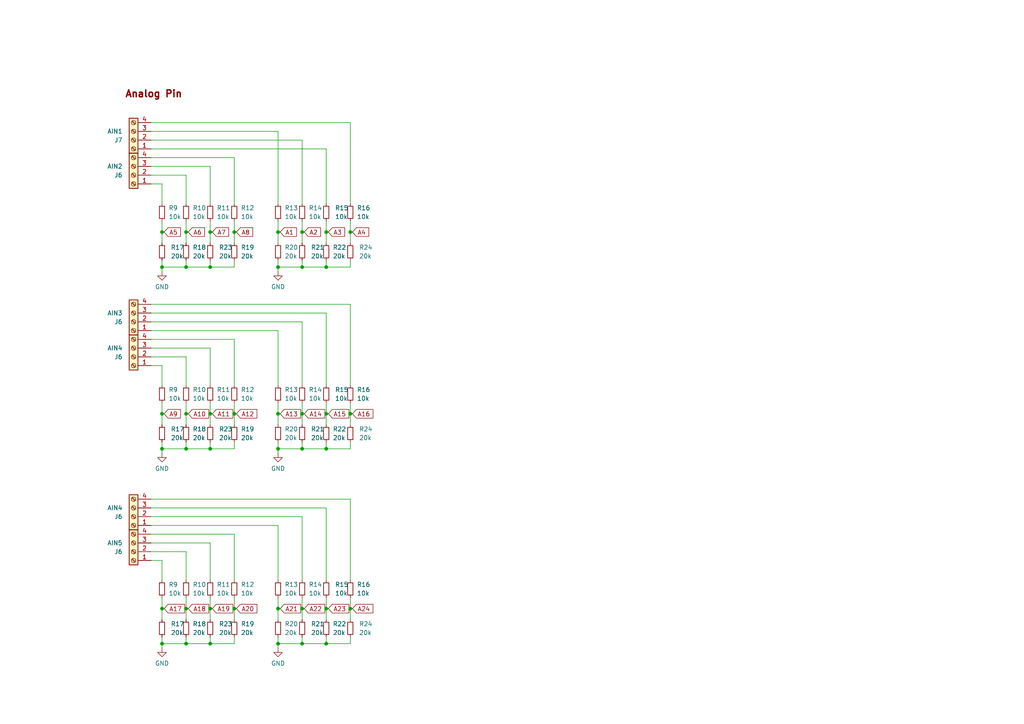
<source format=kicad_sch>
(kicad_sch (version 20230121) (generator eeschema)
  (paper "A4")
  (lib_symbols
    (symbol "Connector:Screw_Terminal_01x04" (pin_names (offset 1.016) hide)
      (property "Reference" "J" (at 0 5.08 0))
      (property "Value" "Screw_Terminal_01x04" (at 0 -7.62 0))
      (symbol "Screw_Terminal_01x04_1_1"
        (rectangle (start -1.27 3.81) (end 1.27 -6.35) (stroke (width 0.254)) (fill (type background)))
        (circle (center 0 -5.08) (radius 0.635) (stroke (width 0.1524)))
        (circle (center 0 -2.54) (radius 0.635) (stroke (width 0.1524)))
        (polyline (pts (xy -0.5334 -4.7498) (xy 0.3302 -5.588)) (stroke (width 0.1524)))
        (polyline (pts (xy -0.5334 -2.2098) (xy 0.3302 -3.048)) (stroke (width 0.1524)))
        (polyline (pts (xy -0.5334 0.3302) (xy 0.3302 -0.508)) (stroke (width 0.1524)))
        (polyline (pts (xy -0.5334 2.8702) (xy 0.3302 2.032)) (stroke (width 0.1524)))
        (polyline (pts (xy -0.3556 -4.572) (xy 0.508 -5.4102)) (stroke (width 0.1524)))
        (polyline (pts (xy -0.3556 -2.032) (xy 0.508 -2.8702)) (stroke (width 0.1524)))
        (polyline (pts (xy -0.3556 0.508) (xy 0.508 -0.3302)) (stroke (width 0.1524)))
        (polyline (pts (xy -0.3556 3.048) (xy 0.508 2.2098)) (stroke (width 0.1524)))
        (circle (center 0 0) (radius 0.635) (stroke (width 0.1524)))
        (circle (center 0 2.54) (radius 0.635) (stroke (width 0.1524)))
        (pin passive line (at -5.08 2.54 0) (length 3.81) (name "Pin_1") (number "1"))
        (pin passive line (at -5.08 0 0) (length 3.81) (name "Pin_2") (number "2"))
        (pin passive line (at -5.08 -2.54 0) (length 3.81) (name "Pin_3") (number "3"))
        (pin passive line (at -5.08 -5.08 0) (length 3.81) (name "Pin_4") (number "4"))
      )
    )
    (symbol "Device:R_Small" (pin_numbers hide) (pin_names (offset 0.254) hide)
      (property "Reference" "R" (at 0.762 0.508 0))
      (property "Value" "R_Small" (at 0.762 -1.016 0))
      (symbol "R_Small_0_1"
        (rectangle (start -0.762 1.778) (end 0.762 -1.778) (stroke (width 0.2032)))
      )
      (symbol "R_Small_1_1"
        (pin passive line (at 0 2.54 270) (length 0.762) (name "~") (number "1"))
        (pin passive line (at 0 -2.54 90) (length 0.762) (name "~") (number "2"))
      )
    )
    (symbol "power:GND" (power) (pin_names (offset 0))
      (property "Value" "GND" (at 0 -3.81 0))
      (symbol "GND_0_1"
        (polyline (pts (xy 0 0) (xy 0 -1.27) (xy 1.27 -1.27) (xy 0 -2.54) (xy -1.27 -1.27) (xy 0 -1.27)))
      )
      (symbol "GND_1_1"
        (pin power_in line (at 0 0 270) (length 0) hide (name "GND") (number "1"))
      )
    )
  )
  (junction (at 80.645 130.175))
  (junction (at 80.645 67.31))
  (junction (at 80.645 176.53))
  (junction (at 46.99 77.47))
  (junction (at 94.615 67.31))
  (junction (at 94.615 186.69))
  (junction (at 46.99 120.015))
  (junction (at 101.6 120.015))
  (junction (at 60.96 120.015))
  (junction (at 53.975 186.69))
  (junction (at 87.63 77.47))
  (junction (at 87.63 120.015))
  (junction (at 87.63 176.53))
  (junction (at 60.96 77.47))
  (junction (at 94.615 130.175))
  (junction (at 94.615 120.015))
  (junction (at 46.99 186.69))
  (junction (at 60.96 186.69))
  (junction (at 60.96 67.31))
  (junction (at 53.975 120.015))
  (junction (at 101.6 176.53))
  (junction (at 53.975 176.53))
  (junction (at 60.96 176.53))
  (junction (at 53.975 67.31))
  (junction (at 46.99 67.31))
  (junction (at 94.615 77.47))
  (junction (at 87.63 67.31))
  (junction (at 67.945 176.53))
  (junction (at 53.975 130.175))
  (junction (at 67.945 67.31))
  (junction (at 94.615 176.53))
  (junction (at 60.96 130.175))
  (junction (at 67.945 120.015))
  (junction (at 87.63 130.175))
  (junction (at 80.645 120.015))
  (junction (at 80.645 77.47))
  (junction (at 53.975 77.47))
  (junction (at 101.6 67.31))
  (junction (at 80.645 186.69))
  (junction (at 46.99 130.175))
  (junction (at 46.99 176.53))
  (junction (at 87.63 186.69))
  (wire (pts (xy 46.99 77.47) (xy 46.99 75.565)))
  (wire (pts (xy 53.975 116.84) (xy 53.975 120.015)))
  (wire (pts (xy 53.975 160.02) (xy 53.975 168.275)))
  (wire (pts (xy 67.945 75.565) (xy 67.945 77.47)))
  (wire (pts (xy 53.975 64.135) (xy 53.975 67.31)))
  (wire (pts (xy 80.645 64.135) (xy 80.645 67.31)))
  (wire (pts (xy 80.645 176.53) (xy 80.645 179.705)))
  (wire (pts (xy 94.615 67.31) (xy 94.615 70.485)))
  (wire (pts (xy 80.645 77.47) (xy 80.645 78.74)))
  (wire (pts (xy 43.815 93.345) (xy 87.63 93.345)))
  (wire (pts (xy 46.99 162.56) (xy 46.99 168.275)))
  (wire (pts (xy 60.96 77.47) (xy 53.975 77.47)))
  (wire (pts (xy 87.63 176.53) (xy 87.63 179.705)))
  (wire (pts (xy 81.28 67.31) (xy 80.645 67.31)))
  (wire (pts (xy 87.63 40.64) (xy 87.63 59.055)))
  (wire (pts (xy 94.615 130.175) (xy 87.63 130.175)))
  (wire (pts (xy 60.96 75.565) (xy 60.96 77.47)))
  (wire (pts (xy 60.96 130.175) (xy 53.975 130.175)))
  (wire (pts (xy 46.99 67.31) (xy 46.99 70.485)))
  (wire (pts (xy 43.815 147.32) (xy 94.615 147.32)))
  (wire (pts (xy 60.96 173.355) (xy 60.96 176.53)))
  (wire (pts (xy 101.6 184.785) (xy 101.6 186.69)))
  (wire (pts (xy 60.96 100.965) (xy 60.96 111.76)))
  (wire (pts (xy 46.99 131.445) (xy 46.99 130.175)))
  (wire (pts (xy 94.615 147.32) (xy 94.615 168.275)))
  (wire (pts (xy 88.265 120.015) (xy 87.63 120.015)))
  (wire (pts (xy 54.61 67.31) (xy 53.975 67.31)))
  (wire (pts (xy 101.6 120.015) (xy 101.6 123.19)))
  (wire (pts (xy 101.6 116.84) (xy 101.6 120.015)))
  (wire (pts (xy 101.6 35.56) (xy 43.815 35.56)))
  (wire (pts (xy 67.945 120.015) (xy 67.945 123.19)))
  (wire (pts (xy 80.645 95.885) (xy 80.645 111.76)))
  (wire (pts (xy 53.975 130.175) (xy 46.99 130.175)))
  (wire (pts (xy 43.815 95.885) (xy 80.645 95.885)))
  (wire (pts (xy 60.96 123.19) (xy 60.96 120.015)))
  (wire (pts (xy 46.99 176.53) (xy 46.99 179.705)))
  (wire (pts (xy 67.945 67.31) (xy 67.945 70.485)))
  (wire (pts (xy 43.815 106.045) (xy 46.99 106.045)))
  (wire (pts (xy 53.975 75.565) (xy 53.975 77.47)))
  (wire (pts (xy 43.815 162.56) (xy 46.99 162.56)))
  (wire (pts (xy 102.235 120.015) (xy 101.6 120.015)))
  (wire (pts (xy 53.975 128.27) (xy 53.975 130.175)))
  (wire (pts (xy 80.645 130.175) (xy 80.645 131.445)))
  (wire (pts (xy 80.645 75.565) (xy 80.645 77.47)))
  (wire (pts (xy 94.615 120.015) (xy 94.615 123.19)))
  (wire (pts (xy 101.6 168.275) (xy 101.6 144.78)))
  (wire (pts (xy 67.945 154.94) (xy 67.945 168.275)))
  (wire (pts (xy 43.815 40.64) (xy 87.63 40.64)))
  (wire (pts (xy 67.945 67.31) (xy 68.58 67.31)))
  (wire (pts (xy 47.625 67.31) (xy 46.99 67.31)))
  (wire (pts (xy 102.235 67.31) (xy 101.6 67.31)))
  (wire (pts (xy 46.99 116.84) (xy 46.99 120.015)))
  (wire (pts (xy 94.615 90.805) (xy 94.615 111.76)))
  (wire (pts (xy 88.265 176.53) (xy 87.63 176.53)))
  (wire (pts (xy 43.815 53.34) (xy 46.99 53.34)))
  (wire (pts (xy 101.6 77.47) (xy 94.615 77.47)))
  (wire (pts (xy 43.815 154.94) (xy 67.945 154.94)))
  (wire (pts (xy 101.6 144.78) (xy 43.815 144.78)))
  (wire (pts (xy 102.235 176.53) (xy 101.6 176.53)))
  (wire (pts (xy 94.615 43.18) (xy 94.615 59.055)))
  (wire (pts (xy 43.815 100.965) (xy 60.96 100.965)))
  (wire (pts (xy 67.945 128.27) (xy 67.945 130.175)))
  (wire (pts (xy 60.96 176.53) (xy 61.595 176.53)))
  (wire (pts (xy 54.61 176.53) (xy 53.975 176.53)))
  (wire (pts (xy 46.99 120.015) (xy 46.99 123.19)))
  (wire (pts (xy 67.945 98.425) (xy 67.945 111.76)))
  (wire (pts (xy 43.815 160.02) (xy 53.975 160.02)))
  (wire (pts (xy 43.815 157.48) (xy 60.96 157.48)))
  (wire (pts (xy 60.96 70.485) (xy 60.96 67.31)))
  (wire (pts (xy 67.945 176.53) (xy 67.945 179.705)))
  (wire (pts (xy 87.63 64.135) (xy 87.63 67.31)))
  (wire (pts (xy 67.945 77.47) (xy 60.96 77.47)))
  (wire (pts (xy 67.945 176.53) (xy 68.58 176.53)))
  (wire (pts (xy 88.265 67.31) (xy 87.63 67.31)))
  (wire (pts (xy 60.96 184.785) (xy 60.96 186.69)))
  (wire (pts (xy 46.99 187.96) (xy 46.99 186.69)))
  (wire (pts (xy 46.99 130.175) (xy 46.99 128.27)))
  (wire (pts (xy 94.615 75.565) (xy 94.615 77.47)))
  (wire (pts (xy 94.615 176.53) (xy 94.615 179.705)))
  (wire (pts (xy 80.645 59.055) (xy 80.645 38.1)))
  (wire (pts (xy 67.945 120.015) (xy 68.58 120.015)))
  (wire (pts (xy 94.615 77.47) (xy 87.63 77.47)))
  (wire (pts (xy 67.945 64.135) (xy 67.945 67.31)))
  (wire (pts (xy 80.645 116.84) (xy 80.645 120.015)))
  (wire (pts (xy 94.615 128.27) (xy 94.615 130.175)))
  (wire (pts (xy 60.96 157.48) (xy 60.96 168.275)))
  (wire (pts (xy 101.6 88.265) (xy 43.815 88.265)))
  (wire (pts (xy 67.945 45.72) (xy 67.945 59.055)))
  (wire (pts (xy 80.645 176.53) (xy 81.28 176.53)))
  (wire (pts (xy 80.645 120.015) (xy 80.645 123.19)))
  (wire (pts (xy 87.63 128.27) (xy 87.63 130.175)))
  (wire (pts (xy 80.645 120.015) (xy 81.28 120.015)))
  (wire (pts (xy 46.99 186.69) (xy 46.99 184.785)))
  (wire (pts (xy 60.96 128.27) (xy 60.96 130.175)))
  (wire (pts (xy 53.975 120.015) (xy 53.975 123.19)))
  (wire (pts (xy 67.945 173.355) (xy 67.945 176.53)))
  (wire (pts (xy 46.99 78.74) (xy 46.99 77.47)))
  (wire (pts (xy 46.99 173.355) (xy 46.99 176.53)))
  (wire (pts (xy 80.645 173.355) (xy 80.645 176.53)))
  (wire (pts (xy 53.975 173.355) (xy 53.975 176.53)))
  (wire (pts (xy 54.61 120.015) (xy 53.975 120.015)))
  (wire (pts (xy 43.815 90.805) (xy 94.615 90.805)))
  (wire (pts (xy 67.945 116.84) (xy 67.945 120.015)))
  (wire (pts (xy 87.63 149.86) (xy 87.63 168.275)))
  (wire (pts (xy 60.96 48.26) (xy 60.96 59.055)))
  (wire (pts (xy 43.815 98.425) (xy 67.945 98.425)))
  (wire (pts (xy 94.615 116.84) (xy 94.615 120.015)))
  (wire (pts (xy 47.625 120.015) (xy 46.99 120.015)))
  (wire (pts (xy 43.815 103.505) (xy 53.975 103.505)))
  (wire (pts (xy 67.945 130.175) (xy 60.96 130.175)))
  (wire (pts (xy 46.99 106.045) (xy 46.99 111.76)))
  (wire (pts (xy 87.63 93.345) (xy 87.63 111.76)))
  (wire (pts (xy 101.6 128.27) (xy 101.6 130.175)))
  (wire (pts (xy 101.6 59.055) (xy 101.6 35.56)))
  (wire (pts (xy 87.63 116.84) (xy 87.63 120.015)))
  (wire (pts (xy 46.99 64.135) (xy 46.99 67.31)))
  (wire (pts (xy 101.6 173.355) (xy 101.6 176.53)))
  (wire (pts (xy 94.615 173.355) (xy 94.615 176.53)))
  (wire (pts (xy 87.63 173.355) (xy 87.63 176.53)))
  (wire (pts (xy 94.615 64.135) (xy 94.615 67.31)))
  (wire (pts (xy 60.96 120.015) (xy 61.595 120.015)))
  (wire (pts (xy 80.645 184.785) (xy 80.645 186.69)))
  (wire (pts (xy 101.6 176.53) (xy 101.6 179.705)))
  (wire (pts (xy 67.945 186.69) (xy 60.96 186.69)))
  (wire (pts (xy 46.99 53.34) (xy 46.99 59.055)))
  (wire (pts (xy 80.645 128.27) (xy 80.645 130.175)))
  (wire (pts (xy 43.815 48.26) (xy 60.96 48.26)))
  (wire (pts (xy 43.815 152.4) (xy 80.645 152.4)))
  (wire (pts (xy 43.815 43.18) (xy 94.615 43.18)))
  (wire (pts (xy 80.645 67.31) (xy 80.645 70.485)))
  (wire (pts (xy 101.6 130.175) (xy 94.615 130.175)))
  (wire (pts (xy 87.63 77.47) (xy 80.645 77.47)))
  (wire (pts (xy 94.615 186.69) (xy 87.63 186.69)))
  (wire (pts (xy 80.645 152.4) (xy 80.645 168.275)))
  (wire (pts (xy 101.6 111.76) (xy 101.6 88.265)))
  (wire (pts (xy 94.615 184.785) (xy 94.615 186.69)))
  (wire (pts (xy 60.96 186.69) (xy 53.975 186.69)))
  (wire (pts (xy 43.815 45.72) (xy 67.945 45.72)))
  (wire (pts (xy 80.645 38.1) (xy 43.815 38.1)))
  (wire (pts (xy 60.96 179.705) (xy 60.96 176.53)))
  (wire (pts (xy 53.975 50.8) (xy 53.975 59.055)))
  (wire (pts (xy 101.6 64.135) (xy 101.6 67.31)))
  (wire (pts (xy 101.6 186.69) (xy 94.615 186.69)))
  (wire (pts (xy 53.975 77.47) (xy 46.99 77.47)))
  (wire (pts (xy 43.815 149.86) (xy 87.63 149.86)))
  (wire (pts (xy 47.625 176.53) (xy 46.99 176.53)))
  (wire (pts (xy 95.25 120.015) (xy 94.615 120.015)))
  (wire (pts (xy 87.63 186.69) (xy 80.645 186.69)))
  (wire (pts (xy 53.975 103.505) (xy 53.975 111.76)))
  (wire (pts (xy 60.96 116.84) (xy 60.96 120.015)))
  (wire (pts (xy 87.63 75.565) (xy 87.63 77.47)))
  (wire (pts (xy 53.975 184.785) (xy 53.975 186.69)))
  (wire (pts (xy 53.975 67.31) (xy 53.975 70.485)))
  (wire (pts (xy 101.6 75.565) (xy 101.6 77.47)))
  (wire (pts (xy 87.63 184.785) (xy 87.63 186.69)))
  (wire (pts (xy 87.63 130.175) (xy 80.645 130.175)))
  (wire (pts (xy 80.645 186.69) (xy 80.645 187.96)))
  (wire (pts (xy 87.63 67.31) (xy 87.63 70.485)))
  (wire (pts (xy 101.6 67.31) (xy 101.6 70.485)))
  (wire (pts (xy 95.25 176.53) (xy 94.615 176.53)))
  (wire (pts (xy 95.25 67.31) (xy 94.615 67.31)))
  (wire (pts (xy 53.975 176.53) (xy 53.975 179.705)))
  (wire (pts (xy 60.96 64.135) (xy 60.96 67.31)))
  (wire (pts (xy 67.945 184.785) (xy 67.945 186.69)))
  (wire (pts (xy 87.63 120.015) (xy 87.63 123.19)))
  (wire (pts (xy 60.96 67.31) (xy 61.595 67.31)))
  (wire (pts (xy 53.975 186.69) (xy 46.99 186.69)))
  (wire (pts (xy 43.815 50.8) (xy 53.975 50.8)))
  (text "Analog Pin\n" (at 36.195 28.575 0) (effects (font (size 2 2) bold) (justify left bottom)))
  (global_label "A22" (shape input) (at 88.265 176.53 0) (property "Intersheetrefs" "${INTERSHEET_REFS}" (effects hide)))
  (global_label "A12" (shape input) (at 68.58 120.015 0) (property "Intersheetrefs" "${INTERSHEET_REFS}" (effects hide)))
  (global_label "A8" (shape input) (at 68.58 67.31 0) (property "Intersheetrefs" "${INTERSHEET_REFS}" (effects hide)))
  (global_label "A16" (shape input) (at 102.235 120.015 0) (property "Intersheetrefs" "${INTERSHEET_REFS}" (effects hide)))
  (global_label "A21" (shape input) (at 81.28 176.53 0) (property "Intersheetrefs" "${INTERSHEET_REFS}" (effects hide)))
  (global_label "A18" (shape input) (at 54.61 176.53 0) (property "Intersheetrefs" "${INTERSHEET_REFS}" (effects hide)))
  (global_label "A4" (shape input) (at 102.235 67.31 0) (property "Intersheetrefs" "${INTERSHEET_REFS}" (effects hide)))
  (global_label "A19" (shape input) (at 61.595 176.53 0) (property "Intersheetrefs" "${INTERSHEET_REFS}" (effects hide)))
  (global_label "A20" (shape input) (at 68.58 176.53 0) (property "Intersheetrefs" "${INTERSHEET_REFS}" (effects hide)))
  (global_label "A24" (shape input) (at 102.235 176.53 0) (property "Intersheetrefs" "${INTERSHEET_REFS}" (effects hide)))
  (global_label "A14" (shape input) (at 88.265 120.015 0) (property "Intersheetrefs" "${INTERSHEET_REFS}" (effects hide)))
  (global_label "A5" (shape input) (at 47.625 67.31 0) (property "Intersheetrefs" "${INTERSHEET_REFS}" (effects hide)))
  (global_label "A2" (shape input) (at 88.265 67.31 0) (property "Intersheetrefs" "${INTERSHEET_REFS}" (effects hide)))
  (global_label "A3" (shape input) (at 95.25 67.31 0) (property "Intersheetrefs" "${INTERSHEET_REFS}" (effects hide)))
  (global_label "A11" (shape input) (at 61.595 120.015 0) (property "Intersheetrefs" "${INTERSHEET_REFS}" (effects hide)))
  (global_label "A9" (shape input) (at 47.625 120.015 0) (property "Intersheetrefs" "${INTERSHEET_REFS}" (effects hide)))
  (global_label "A17" (shape input) (at 47.625 176.53 0) (property "Intersheetrefs" "${INTERSHEET_REFS}" (effects hide)))
  (global_label "A1" (shape input) (at 81.28 67.31 0) (property "Intersheetrefs" "${INTERSHEET_REFS}" (effects hide)))
  (global_label "A6" (shape input) (at 54.61 67.31 0) (property "Intersheetrefs" "${INTERSHEET_REFS}" (effects hide)))
  (global_label "A10" (shape input) (at 54.61 120.015 0) (property "Intersheetrefs" "${INTERSHEET_REFS}" (effects hide)))
  (global_label "A13" (shape input) (at 81.28 120.015 0) (property "Intersheetrefs" "${INTERSHEET_REFS}" (effects hide)))
  (global_label "A7" (shape input) (at 61.595 67.31 0) (property "Intersheetrefs" "${INTERSHEET_REFS}" (effects hide)))
  (global_label "A23" (shape input) (at 95.25 176.53 0) (property "Intersheetrefs" "${INTERSHEET_REFS}" (effects hide)))
  (global_label "A15" (shape input) (at 95.25 120.015 0) (property "Intersheetrefs" "${INTERSHEET_REFS}" (effects hide)))
  (symbol (lib_id "Device:R_Small") (at 53.975 170.815 0) (unit 1)
    (property "Reference" "R10" (at 55.88 169.545 0) (effects (justify left)))
    (property "Value" "10k" (at 55.88 172.085 0) (effects (justify left)))
    (property "Footprint" "Resistor_SMD:R_0603_1608Metric_Pad0.98x0.95mm_HandSolder" (effects hide))
    (instances (project "Rev2.2" (path "" (reference "R10") (unit 1)) (path "" (reference "R38") (unit 1))))
  )
  (symbol (lib_id "Device:R_Small") (at 101.6 182.245 0) (unit 1)
    (property "Reference" "R24" (at 104.14 180.975 0) (effects (justify left)))
    (property "Value" "20k" (at 104.14 183.515 0) (effects (justify left)))
    (property "Footprint" "Resistor_SMD:R_0603_1608Metric_Pad0.98x0.95mm_HandSolder" (effects hide))
    (instances (project "Rev2.2" (path "" (reference "R24") (unit 1)) (path "" (reference "R54") (unit 1))))
  )
  (symbol (lib_id "Device:R_Small") (at 67.945 125.73 0) (unit 1)
    (property "Reference" "R19" (at 69.85 124.46 0) (effects (justify left)))
    (property "Value" "20k" (at 69.85 127 0) (effects (justify left)))
    (property "Footprint" "Resistor_SMD:R_0603_1608Metric_Pad0.98x0.95mm_HandSolder" (effects hide))
    (instances (project "Rev2.2" (path "" (reference "R19") (unit 1)) (path "" (reference "R20") (unit 1))))
  )
  (symbol (lib_id "power:GND") (at 46.99 78.74 0) (unit 1)
    (property "Reference" "#PWR065" (effects hide))
    (property "Value" "GND" (at 46.99 83.185 0))
    (instances (project "Rev2.2" (path "" (reference "#PWR065") (unit 1)) (path "" (reference "#PWR016") (unit 1))))
  )
  (symbol (lib_id "Device:R_Small") (at 87.63 73.025 0) (unit 1)
    (property "Reference" "R21" (at 90.17 71.755 0) (effects (justify left)))
    (property "Value" "20k" (at 90.17 74.295 0) (effects (justify left)))
    (property "Footprint" "Resistor_SMD:R_0603_1608Metric_Pad0.98x0.95mm_HandSolder" (effects hide))
    (instances (project "Rev2.2" (path "" (reference "R21") (unit 1)) (path "" (reference "R34") (unit 1))))
  )
  (symbol (lib_id "Device:R_Small") (at 67.945 73.025 0) (unit 1)
    (property "Reference" "R19" (at 69.85 71.755 0) (effects (justify left)))
    (property "Value" "20k" (at 69.85 74.295 0) (effects (justify left)))
    (property "Footprint" "Resistor_SMD:R_0603_1608Metric_Pad0.98x0.95mm_HandSolder" (effects hide))
    (instances (project "Rev2.2" (path "" (reference "R19") (unit 1)) (path "" (reference "R32") (unit 1))))
  )
  (symbol (lib_id "Device:R_Small") (at 46.99 125.73 0) (unit 1)
    (property "Reference" "R17" (at 49.53 124.46 0) (effects (justify left)))
    (property "Value" "20k" (at 49.53 127 0) (effects (justify left)))
    (property "Footprint" "Resistor_SMD:R_0603_1608Metric_Pad0.98x0.95mm_HandSolder" (effects hide))
  )
  (symbol (lib_id "Connector:Screw_Terminal_01x04") (at 38.735 93.345 180) (unit 1)
    (property "Reference" "J6" (at 35.56 93.345 0) (effects (justify left)))
    (property "Value" "AIN3" (at 35.56 90.805 0) (effects (justify left)))
    (property "Footprint" "TerminalBlock_Phoenix:TerminalBlock_Phoenix_MKDS-1,5-4_1x04_P5.00mm_Horizontal" (effects hide))
    (instances (project "rev2" (path "" (reference "J6") (unit 1))) (project "Rev2.2" (path "" (reference "J8") (unit 1)) (path "" (reference "J17") (unit 1))))
  )
  (symbol (lib_id "Device:R_Small") (at 67.945 61.595 0) (unit 1)
    (property "Reference" "R12" (at 69.85 60.325 0) (effects (justify left)))
    (property "Value" "10k" (at 69.85 62.865 0) (effects (justify left)))
    (property "Footprint" "Resistor_SMD:R_0603_1608Metric_Pad0.98x0.95mm_HandSolder" (effects hide))
    (instances (project "Rev2.2" (path "" (reference "R12") (unit 1)) (path "" (reference "R8") (unit 1))))
  )
  (symbol (lib_id "Device:R_Small") (at 101.6 61.595 0) (unit 1)
    (property "Reference" "R16" (at 103.505 60.325 0) (effects (justify left)))
    (property "Value" "10k" (at 103.505 62.865 0) (effects (justify left)))
    (property "Footprint" "Resistor_SMD:R_0603_1608Metric_Pad0.98x0.95mm_HandSolder" (effects hide))
    (instances (project "Rev2.2" (path "" (reference "R16") (unit 1)) (path "" (reference "R28") (unit 1))))
  )
  (symbol (lib_id "Device:R_Small") (at 53.975 61.595 0) (unit 1)
    (property "Reference" "R10" (at 55.88 60.325 0) (effects (justify left)))
    (property "Value" "10k" (at 55.88 62.865 0) (effects (justify left)))
    (property "Footprint" "Resistor_SMD:R_0603_1608Metric_Pad0.98x0.95mm_HandSolder" (effects hide))
    (instances (project "Rev2.2" (path "" (reference "R10") (unit 1)) (path "" (reference "R6") (unit 1))))
  )
  (symbol (lib_id "Device:R_Small") (at 94.615 125.73 0) (unit 1)
    (property "Reference" "R22" (at 96.52 124.46 0) (effects (justify left)))
    (property "Value" "20k" (at 96.52 127 0) (effects (justify left)))
    (property "Footprint" "Resistor_SMD:R_0603_1608Metric_Pad0.98x0.95mm_HandSolder" (effects hide))
    (instances (project "Rev2.2" (path "" (reference "R22") (unit 1)) (path "" (reference "R23") (unit 1))))
  )
  (symbol (lib_id "Device:R_Small") (at 94.615 114.3 0) (unit 1)
    (property "Reference" "R15" (at 97.155 113.03 0) (effects (justify left)))
    (property "Value" "10k" (at 97.155 115.57 0) (effects (justify left)))
    (property "Footprint" "Resistor_SMD:R_0603_1608Metric_Pad0.98x0.95mm_HandSolder" (effects hide))
  )
  (symbol (lib_id "Device:R_Small") (at 87.63 114.3 0) (unit 1)
    (property "Reference" "R14" (at 89.535 113.03 0) (effects (justify left)))
    (property "Value" "10k" (at 89.535 115.57 0) (effects (justify left)))
    (property "Footprint" "Resistor_SMD:R_0603_1608Metric_Pad0.98x0.95mm_HandSolder" (effects hide))
  )
  (symbol (lib_id "power:GND") (at 80.645 187.96 0) (unit 1)
    (property "Reference" "#PWR065" (effects hide))
    (property "Value" "GND" (at 80.645 192.405 0))
    (instances (project "Rev2.2" (path "" (reference "#PWR065") (unit 1)) (path "" (reference "#PWR057") (unit 1))))
  )
  (symbol (lib_id "Device:R_Small") (at 60.96 170.815 0) (unit 1)
    (property "Reference" "R11" (at 62.865 169.545 0) (effects (justify left)))
    (property "Value" "10k" (at 62.865 172.085 0) (effects (justify left)))
    (property "Footprint" "Resistor_SMD:R_0603_1608Metric_Pad0.98x0.95mm_HandSolder" (effects hide))
    (instances (project "Rev2.2" (path "" (reference "R11") (unit 1)) (path "" (reference "R39") (unit 1))))
  )
  (symbol (lib_id "Device:R_Small") (at 80.645 73.025 0) (unit 1)
    (property "Reference" "R20" (at 82.55 71.755 0) (effects (justify left)))
    (property "Value" "20k" (at 82.55 74.295 0) (effects (justify left)))
    (property "Footprint" "Resistor_SMD:R_0603_1608Metric_Pad0.98x0.95mm_HandSolder" (effects hide))
    (instances (project "Rev2.2" (path "" (reference "R20") (unit 1)) (path "" (reference "R33") (unit 1))))
  )
  (symbol (lib_id "Device:R_Small") (at 94.615 170.815 0) (unit 1)
    (property "Reference" "R15" (at 97.155 169.545 0) (effects (justify left)))
    (property "Value" "10k" (at 97.155 172.085 0) (effects (justify left)))
    (property "Footprint" "Resistor_SMD:R_0603_1608Metric_Pad0.98x0.95mm_HandSolder" (effects hide))
    (instances (project "Rev2.2" (path "" (reference "R15") (unit 1)) (path "" (reference "R43") (unit 1))))
  )
  (symbol (lib_id "Device:R_Small") (at 80.645 114.3 0) (unit 1)
    (property "Reference" "R13" (at 82.55 113.03 0) (effects (justify left)))
    (property "Value" "10k" (at 82.55 115.57 0) (effects (justify left)))
    (property "Footprint" "Resistor_SMD:R_0603_1608Metric_Pad0.98x0.95mm_HandSolder" (effects hide))
  )
  (symbol (lib_id "Device:R_Small") (at 53.975 182.245 0) (unit 1)
    (property "Reference" "R18" (at 55.88 180.975 0) (effects (justify left)))
    (property "Value" "20k" (at 55.88 183.515 0) (effects (justify left)))
    (property "Footprint" "Resistor_SMD:R_0603_1608Metric_Pad0.98x0.95mm_HandSolder" (effects hide))
    (instances (project "Rev2.2" (path "" (reference "R18") (unit 1)) (path "" (reference "R48") (unit 1))))
  )
  (symbol (lib_id "Device:R_Small") (at 53.975 125.73 0) (unit 1)
    (property "Reference" "R18" (at 55.88 124.46 0) (effects (justify left)))
    (property "Value" "20k" (at 55.88 127 0) (effects (justify left)))
    (property "Footprint" "Resistor_SMD:R_0603_1608Metric_Pad0.98x0.95mm_HandSolder" (effects hide))
  )
  (symbol (lib_id "Device:R_Small") (at 87.63 182.245 0) (unit 1)
    (property "Reference" "R21" (at 90.17 180.975 0) (effects (justify left)))
    (property "Value" "20k" (at 90.17 183.515 0) (effects (justify left)))
    (property "Footprint" "Resistor_SMD:R_0603_1608Metric_Pad0.98x0.95mm_HandSolder" (effects hide))
    (instances (project "Rev2.2" (path "" (reference "R21") (unit 1)) (path "" (reference "R52") (unit 1))))
  )
  (symbol (lib_id "Connector:Screw_Terminal_01x04") (at 38.735 149.86 180) (unit 1)
    (property "Reference" "J6" (at 35.56 149.86 0) (effects (justify left)))
    (property "Value" "AIN4" (at 35.56 147.32 0) (effects (justify left)))
    (property "Footprint" "TerminalBlock_Phoenix:TerminalBlock_Phoenix_MKDS-1,5-4_1x04_P5.00mm_Horizontal" (effects hide))
    (instances (project "rev2" (path "" (reference "J6") (unit 1))) (project "Rev2.2" (path "" (reference "J8") (unit 1)) (path "" (reference "J8") (unit 1))))
  )
  (symbol (lib_id "Device:R_Small") (at 87.63 125.73 0) (unit 1)
    (property "Reference" "R21" (at 90.17 124.46 0) (effects (justify left)))
    (property "Value" "20k" (at 90.17 127 0) (effects (justify left)))
    (property "Footprint" "Resistor_SMD:R_0603_1608Metric_Pad0.98x0.95mm_HandSolder" (effects hide))
    (instances (project "Rev2.2" (path "" (reference "R21") (unit 1)) (path "" (reference "R22") (unit 1))))
  )
  (symbol (lib_id "Device:R_Small") (at 60.96 114.3 0) (unit 1)
    (property "Reference" "R11" (at 62.865 113.03 0) (effects (justify left)))
    (property "Value" "10k" (at 62.865 115.57 0) (effects (justify left)))
    (property "Footprint" "Resistor_SMD:R_0603_1608Metric_Pad0.98x0.95mm_HandSolder" (effects hide))
  )
  (symbol (lib_id "Device:R_Small") (at 87.63 170.815 0) (unit 1)
    (property "Reference" "R14" (at 89.535 169.545 0) (effects (justify left)))
    (property "Value" "10k" (at 89.535 172.085 0) (effects (justify left)))
    (property "Footprint" "Resistor_SMD:R_0603_1608Metric_Pad0.98x0.95mm_HandSolder" (effects hide))
    (instances (project "Rev2.2" (path "" (reference "R14") (unit 1)) (path "" (reference "R42") (unit 1))))
  )
  (symbol (lib_id "Device:R_Small") (at 46.99 170.815 0) (unit 1)
    (property "Reference" "R9" (at 48.895 169.545 0) (effects (justify left)))
    (property "Value" "10k" (at 48.895 172.085 0) (effects (justify left)))
    (property "Footprint" "Resistor_SMD:R_0603_1608Metric_Pad0.98x0.95mm_HandSolder" (effects hide))
    (instances (project "Rev2.2" (path "" (reference "R9") (unit 1)) (path "" (reference "R37") (unit 1))))
  )
  (symbol (lib_id "Device:R_Small") (at 101.6 170.815 0) (unit 1)
    (property "Reference" "R16" (at 103.505 169.545 0) (effects (justify left)))
    (property "Value" "10k" (at 103.505 172.085 0) (effects (justify left)))
    (property "Footprint" "Resistor_SMD:R_0603_1608Metric_Pad0.98x0.95mm_HandSolder" (effects hide))
    (instances (project "Rev2.2" (path "" (reference "R16") (unit 1)) (path "" (reference "R44") (unit 1))))
  )
  (symbol (lib_id "power:GND") (at 46.99 187.96 0) (unit 1)
    (property "Reference" "#PWR065" (effects hide))
    (property "Value" "GND" (at 46.99 192.405 0))
    (instances (project "Rev2.2" (path "" (reference "#PWR065") (unit 1)) (path "" (reference "#PWR025") (unit 1))))
  )
  (symbol (lib_id "Device:R_Small") (at 80.645 182.245 0) (unit 1)
    (property "Reference" "R20" (at 82.55 180.975 0) (effects (justify left)))
    (property "Value" "20k" (at 82.55 183.515 0) (effects (justify left)))
    (property "Footprint" "Resistor_SMD:R_0603_1608Metric_Pad0.98x0.95mm_HandSolder" (effects hide))
    (instances (project "Rev2.2" (path "" (reference "R20") (unit 1)) (path "" (reference "R51") (unit 1))))
  )
  (symbol (lib_id "power:GND") (at 46.99 131.445 0) (unit 1)
    (property "Reference" "#PWR065" (effects hide))
    (property "Value" "GND" (at 46.99 135.89 0))
    (instances (project "Rev2.2" (path "" (reference "#PWR065") (unit 1)) (path "" (reference "#PWR022") (unit 1))))
  )
  (symbol (lib_id "Device:R_Small") (at 46.99 114.3 0) (unit 1)
    (property "Reference" "R9" (at 48.895 113.03 0) (effects (justify left)))
    (property "Value" "10k" (at 48.895 115.57 0) (effects (justify left)))
    (property "Footprint" "Resistor_SMD:R_0603_1608Metric_Pad0.98x0.95mm_HandSolder" (effects hide))
  )
  (symbol (lib_id "power:GND") (at 80.645 78.74 0) (unit 1)
    (property "Reference" "#PWR065" (effects hide))
    (property "Value" "GND" (at 80.645 83.185 0))
    (instances (project "Rev2.2" (path "" (reference "#PWR065") (unit 1)) (path "" (reference "#PWR017") (unit 1))))
  )
  (symbol (lib_id "Device:R_Small") (at 87.63 61.595 0) (unit 1)
    (property "Reference" "R14" (at 89.535 60.325 0) (effects (justify left)))
    (property "Value" "10k" (at 89.535 62.865 0) (effects (justify left)))
    (property "Footprint" "Resistor_SMD:R_0603_1608Metric_Pad0.98x0.95mm_HandSolder" (effects hide))
    (instances (project "Rev2.2" (path "" (reference "R14") (unit 1)) (path "" (reference "R26") (unit 1))))
  )
  (symbol (lib_id "Device:R_Small") (at 60.96 182.245 0) (unit 1)
    (property "Reference" "R23" (at 63.5 180.975 0) (effects (justify left)))
    (property "Value" "20k" (at 63.5 183.515 0) (effects (justify left)))
    (property "Footprint" "Resistor_SMD:R_0603_1608Metric_Pad0.98x0.95mm_HandSolder" (effects hide))
    (instances (project "Rev2.2" (path "" (reference "R23") (unit 1)) (path "" (reference "R49") (unit 1))))
  )
  (symbol (lib_id "Device:R_Small") (at 67.945 114.3 0) (unit 1)
    (property "Reference" "R12" (at 69.85 113.03 0) (effects (justify left)))
    (property "Value" "10k" (at 69.85 115.57 0) (effects (justify left)))
    (property "Footprint" "Resistor_SMD:R_0603_1608Metric_Pad0.98x0.95mm_HandSolder" (effects hide))
  )
  (symbol (lib_id "Device:R_Small") (at 67.945 182.245 0) (unit 1)
    (property "Reference" "R19" (at 69.85 180.975 0) (effects (justify left)))
    (property "Value" "20k" (at 69.85 183.515 0) (effects (justify left)))
    (property "Footprint" "Resistor_SMD:R_0603_1608Metric_Pad0.98x0.95mm_HandSolder" (effects hide))
    (instances (project "Rev2.2" (path "" (reference "R19") (unit 1)) (path "" (reference "R50") (unit 1))))
  )
  (symbol (lib_id "Device:R_Small") (at 53.975 114.3 0) (unit 1)
    (property "Reference" "R10" (at 55.88 113.03 0) (effects (justify left)))
    (property "Value" "10k" (at 55.88 115.57 0) (effects (justify left)))
    (property "Footprint" "Resistor_SMD:R_0603_1608Metric_Pad0.98x0.95mm_HandSolder" (effects hide))
  )
  (symbol (lib_id "Device:R_Small") (at 94.615 73.025 0) (unit 1)
    (property "Reference" "R22" (at 96.52 71.755 0) (effects (justify left)))
    (property "Value" "20k" (at 96.52 74.295 0) (effects (justify left)))
    (property "Footprint" "Resistor_SMD:R_0603_1608Metric_Pad0.98x0.95mm_HandSolder" (effects hide))
    (instances (project "Rev2.2" (path "" (reference "R22") (unit 1)) (path "" (reference "R35") (unit 1))))
  )
  (symbol (lib_id "Device:R_Small") (at 67.945 170.815 0) (unit 1)
    (property "Reference" "R12" (at 69.85 169.545 0) (effects (justify left)))
    (property "Value" "10k" (at 69.85 172.085 0) (effects (justify left)))
    (property "Footprint" "Resistor_SMD:R_0603_1608Metric_Pad0.98x0.95mm_HandSolder" (effects hide))
    (instances (project "Rev2.2" (path "" (reference "R12") (unit 1)) (path "" (reference "R40") (unit 1))))
  )
  (symbol (lib_id "Device:R_Small") (at 101.6 125.73 0) (unit 1)
    (property "Reference" "R24" (at 104.14 124.46 0) (effects (justify left)))
    (property "Value" "20k" (at 104.14 127 0) (effects (justify left)))
    (property "Footprint" "Resistor_SMD:R_0603_1608Metric_Pad0.98x0.95mm_HandSolder" (effects hide))
  )
  (symbol (lib_id "Device:R_Small") (at 60.96 73.025 0) (unit 1)
    (property "Reference" "R23" (at 63.5 71.755 0) (effects (justify left)))
    (property "Value" "20k" (at 63.5 74.295 0) (effects (justify left)))
    (property "Footprint" "Resistor_SMD:R_0603_1608Metric_Pad0.98x0.95mm_HandSolder" (effects hide))
    (instances (project "Rev2.2" (path "" (reference "R23") (unit 1)) (path "" (reference "R31") (unit 1))))
  )
  (symbol (lib_id "Connector:Screw_Terminal_01x04") (at 38.735 103.505 180) (unit 1)
    (property "Reference" "J6" (at 35.56 103.505 0) (effects (justify left)))
    (property "Value" "AIN4" (at 35.56 100.965 0) (effects (justify left)))
    (property "Footprint" "TerminalBlock_Phoenix:TerminalBlock_Phoenix_MKDS-1,5-4_1x04_P5.00mm_Horizontal" (effects hide))
    (instances (project "rev2" (path "" (reference "J6") (unit 1))) (project "Rev2.2" (path "" (reference "J8") (unit 1)) (path "" (reference "J18") (unit 1))))
  )
  (symbol (lib_id "Device:R_Small") (at 46.99 61.595 0) (unit 1)
    (property "Reference" "R9" (at 48.895 60.325 0) (effects (justify left)))
    (property "Value" "10k" (at 48.895 62.865 0) (effects (justify left)))
    (property "Footprint" "Resistor_SMD:R_0603_1608Metric_Pad0.98x0.95mm_HandSolder" (effects hide))
    (instances (project "Rev2.2" (path "" (reference "R9") (unit 1)) (path "" (reference "R5") (unit 1))))
  )
  (symbol (lib_id "Device:R_Small") (at 53.975 73.025 0) (unit 1)
    (property "Reference" "R18" (at 55.88 71.755 0) (effects (justify left)))
    (property "Value" "20k" (at 55.88 74.295 0) (effects (justify left)))
    (property "Footprint" "Resistor_SMD:R_0603_1608Metric_Pad0.98x0.95mm_HandSolder" (effects hide))
    (instances (project "Rev2.2" (path "" (reference "R18") (unit 1)) (path "" (reference "R30") (unit 1))))
  )
  (symbol (lib_id "Device:R_Small") (at 94.615 182.245 0) (unit 1)
    (property "Reference" "R22" (at 96.52 180.975 0) (effects (justify left)))
    (property "Value" "20k" (at 96.52 183.515 0) (effects (justify left)))
    (property "Footprint" "Resistor_SMD:R_0603_1608Metric_Pad0.98x0.95mm_HandSolder" (effects hide))
    (instances (project "Rev2.2" (path "" (reference "R22") (unit 1)) (path "" (reference "R53") (unit 1))))
  )
  (symbol (lib_id "Device:R_Small") (at 46.99 182.245 0) (unit 1)
    (property "Reference" "R17" (at 49.53 180.975 0) (effects (justify left)))
    (property "Value" "20k" (at 49.53 183.515 0) (effects (justify left)))
    (property "Footprint" "Resistor_SMD:R_0603_1608Metric_Pad0.98x0.95mm_HandSolder" (effects hide))
    (instances (project "Rev2.2" (path "" (reference "R17") (unit 1)) (path "" (reference "R47") (unit 1))))
  )
  (symbol (lib_id "Connector:Screw_Terminal_01x04") (at 38.735 160.02 180) (unit 1)
    (property "Reference" "J6" (at 35.56 160.02 0) (effects (justify left)))
    (property "Value" "AIN5" (at 35.56 157.48 0) (effects (justify left)))
    (property "Footprint" "TerminalBlock_Phoenix:TerminalBlock_Phoenix_MKDS-1,5-4_1x04_P5.00mm_Horizontal" (effects hide))
    (instances (project "rev2" (path "" (reference "J6") (unit 1))) (project "Rev2.2" (path "" (reference "J8") (unit 1)) (path "" (reference "J9") (unit 1))))
  )
  (symbol (lib_id "Device:R_Small") (at 101.6 114.3 0) (unit 1)
    (property "Reference" "R16" (at 103.505 113.03 0) (effects (justify left)))
    (property "Value" "10k" (at 103.505 115.57 0) (effects (justify left)))
    (property "Footprint" "Resistor_SMD:R_0603_1608Metric_Pad0.98x0.95mm_HandSolder" (effects hide))
  )
  (symbol (lib_id "Connector:Screw_Terminal_01x04") (at 38.735 50.8 180) (unit 1)
    (property "Reference" "J6" (at 35.56 50.8 0) (effects (justify left)))
    (property "Value" "AIN2" (at 35.56 48.26 0) (effects (justify left)))
    (property "Footprint" "TerminalBlock_Phoenix:TerminalBlock_Phoenix_MKDS-1,5-4_1x04_P5.00mm_Horizontal" (effects hide))
    (instances (project "rev2" (path "" (reference "J6") (unit 1))) (project "Rev2.2" (path "" (reference "J8") (unit 1)) (path "" (reference "J16") (unit 1))))
  )
  (symbol (lib_id "Device:R_Small") (at 46.99 73.025 0) (unit 1)
    (property "Reference" "R17" (at 49.53 71.755 0) (effects (justify left)))
    (property "Value" "20k" (at 49.53 74.295 0) (effects (justify left)))
    (property "Footprint" "Resistor_SMD:R_0603_1608Metric_Pad0.98x0.95mm_HandSolder" (effects hide))
    (instances (project "Rev2.2" (path "" (reference "R17") (unit 1)) (path "" (reference "R29") (unit 1))))
  )
  (symbol (lib_id "power:GND") (at 80.645 131.445 0) (unit 1)
    (property "Reference" "#PWR065" (effects hide))
    (property "Value" "GND" (at 80.645 135.89 0))
    (instances (project "Rev2.2" (path "" (reference "#PWR065") (unit 1)) (path "" (reference "#PWR023") (unit 1))))
  )
  (symbol (lib_id "Device:R_Small") (at 80.645 125.73 0) (unit 1)
    (property "Reference" "R20" (at 82.55 124.46 0) (effects (justify left)))
    (property "Value" "20k" (at 82.55 127 0) (effects (justify left)))
    (property "Footprint" "Resistor_SMD:R_0603_1608Metric_Pad0.98x0.95mm_HandSolder" (effects hide))
    (instances (project "Rev2.2" (path "" (reference "R20") (unit 1)) (path "" (reference "R21") (unit 1))))
  )
  (symbol (lib_id "Device:R_Small") (at 80.645 170.815 0) (unit 1)
    (property "Reference" "R13" (at 82.55 169.545 0) (effects (justify left)))
    (property "Value" "10k" (at 82.55 172.085 0) (effects (justify left)))
    (property "Footprint" "Resistor_SMD:R_0603_1608Metric_Pad0.98x0.95mm_HandSolder" (effects hide))
    (instances (project "Rev2.2" (path "" (reference "R13") (unit 1)) (path "" (reference "R41") (unit 1))))
  )
  (symbol (lib_id "Device:R_Small") (at 101.6 73.025 0) (unit 1)
    (property "Reference" "R24" (at 104.14 71.755 0) (effects (justify left)))
    (property "Value" "20k" (at 104.14 74.295 0) (effects (justify left)))
    (property "Footprint" "Resistor_SMD:R_0603_1608Metric_Pad0.98x0.95mm_HandSolder" (effects hide))
    (instances (project "Rev2.2" (path "" (reference "R24") (unit 1)) (path "" (reference "R36") (unit 1))))
  )
  (symbol (lib_id "Device:R_Small") (at 94.615 61.595 0) (unit 1)
    (property "Reference" "R15" (at 97.155 60.325 0) (effects (justify left)))
    (property "Value" "10k" (at 97.155 62.865 0) (effects (justify left)))
    (property "Footprint" "Resistor_SMD:R_0603_1608Metric_Pad0.98x0.95mm_HandSolder" (effects hide))
    (instances (project "Rev2.2" (path "" (reference "R15") (unit 1)) (path "" (reference "R27") (unit 1))))
  )
  (symbol (lib_id "Connector:Screw_Terminal_01x04") (at 38.735 40.64 180) (unit 1)
    (property "Reference" "J7" (at 35.56 40.64 0) (effects (justify left)))
    (property "Value" "AIN1" (at 35.56 38.1 0) (effects (justify left)))
    (property "Footprint" "TerminalBlock_Phoenix:TerminalBlock_Phoenix_MKDS-1,5-4_1x04_P5.00mm_Horizontal" (effects hide))
    (instances (project "rev2" (path "" (reference "J7") (unit 1))) (project "Rev2.2" (path "" (reference "J9") (unit 1)) (path "" (reference "J13") (unit 1))))
  )
  (symbol (lib_id "Device:R_Small") (at 80.645 61.595 0) (unit 1)
    (property "Reference" "R13" (at 82.55 60.325 0) (effects (justify left)))
    (property "Value" "10k" (at 82.55 62.865 0) (effects (justify left)))
    (property "Footprint" "Resistor_SMD:R_0603_1608Metric_Pad0.98x0.95mm_HandSolder" (effects hide))
    (instances (project "Rev2.2" (path "" (reference "R13") (unit 1)) (path "" (reference "R25") (unit 1))))
  )
  (symbol (lib_id "Device:R_Small") (at 60.96 61.595 0) (unit 1)
    (property "Reference" "R11" (at 62.865 60.325 0) (effects (justify left)))
    (property "Value" "10k" (at 62.865 62.865 0) (effects (justify left)))
    (property "Footprint" "Resistor_SMD:R_0603_1608Metric_Pad0.98x0.95mm_HandSolder" (effects hide))
    (instances (project "Rev2.2" (path "" (reference "R11") (unit 1)) (path "" (reference "R7") (unit 1))))
  )
  (symbol (lib_id "Device:R_Small") (at 60.96 125.73 0) (unit 1)
    (property "Reference" "R23" (at 63.5 124.46 0) (effects (justify left)))
    (property "Value" "20k" (at 63.5 127 0) (effects (justify left)))
    (property "Footprint" "Resistor_SMD:R_0603_1608Metric_Pad0.98x0.95mm_HandSolder" (effects hide))
    (instances (project "Rev2.2" (path "" (reference "R23") (unit 1)) (path "" (reference "R19") (unit 1))))
  )
)
</source>
